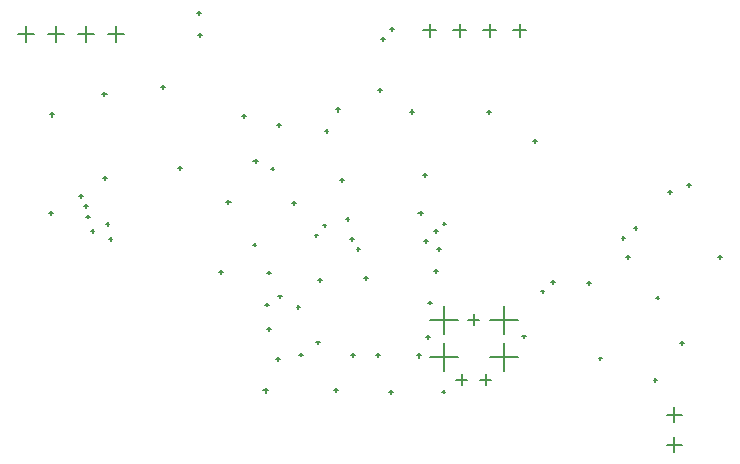
<source format=gbr>
%TF.GenerationSoftware,Altium Limited,Altium Designer,23.6.0 (18)*%
G04 Layer_Color=128*
%FSLAX43Y43*%
%MOMM*%
%TF.SameCoordinates,6C6526E1-C053-4265-BDC0-CB623CBAD704*%
%TF.FilePolarity,Positive*%
%TF.FileFunction,Drillmap*%
%TF.Part,Single*%
G01*
G75*
%TA.AperFunction,NonConductor*%
%ADD55C,0.127*%
D55*
X56200Y7090D02*
X57500D01*
X56850Y6440D02*
Y7740D01*
X56200Y4550D02*
X57500D01*
X56850Y3900D02*
Y5200D01*
X40444Y10033D02*
X41344D01*
X40894Y9583D02*
Y10483D01*
X38412Y10033D02*
X39312D01*
X38862Y9583D02*
Y10483D01*
X39428Y15113D02*
X40328D01*
X39878Y14663D02*
Y15563D01*
X36151Y15113D02*
X38526D01*
X37338Y13925D02*
Y16301D01*
X36151Y11938D02*
X38526D01*
X37338Y10750D02*
Y13125D01*
X41230Y11938D02*
X43605D01*
X42418Y10750D02*
Y13125D01*
X41230Y15113D02*
X43605D01*
X42418Y13925D02*
Y16301D01*
X8945Y39300D02*
X10245D01*
X9595Y38650D02*
Y39950D01*
X1325Y39300D02*
X2625D01*
X1975Y38650D02*
Y39950D01*
X3865Y39300D02*
X5165D01*
X4515Y38650D02*
Y39950D01*
X6405Y39300D02*
X7705D01*
X7055Y38650D02*
Y39950D01*
X40695Y39625D02*
X41795D01*
X41245Y39075D02*
Y40175D01*
X43235Y39625D02*
X44335D01*
X43785Y39075D02*
Y40175D01*
X38155Y39625D02*
X39255D01*
X38705Y39075D02*
Y40175D01*
X35615Y39625D02*
X36715D01*
X36165Y39075D02*
Y40175D01*
X55305Y16990D02*
X55605D01*
X55455Y16840D02*
Y17140D01*
X13399Y34813D02*
X13749D01*
X13574Y34638D02*
Y34988D01*
X31742Y34596D02*
X32092D01*
X31917Y34421D02*
Y34771D01*
X28552Y26944D02*
X28902D01*
X28727Y26769D02*
Y27119D01*
X18277Y19144D02*
X18627D01*
X18452Y18969D02*
Y19319D01*
X49428Y18257D02*
X49778D01*
X49603Y18082D02*
Y18432D01*
X22379Y14319D02*
X22729D01*
X22554Y14144D02*
Y14494D01*
X20227Y32394D02*
X20577D01*
X20402Y32219D02*
Y32569D01*
X28227Y32919D02*
X28577D01*
X28402Y32744D02*
Y33094D01*
X40997Y32713D02*
X41347D01*
X41172Y32538D02*
Y32888D01*
X34452Y32744D02*
X34802D01*
X34627Y32569D02*
Y32919D01*
X8439Y34254D02*
X8789D01*
X8614Y34079D02*
Y34429D01*
X3929Y24164D02*
X4279D01*
X4104Y23989D02*
Y24339D01*
X4002Y32494D02*
X4352D01*
X4177Y32319D02*
Y32669D01*
X22078Y9127D02*
X22428D01*
X22253Y8952D02*
Y9302D01*
X35202Y24119D02*
X35552D01*
X35377Y23944D02*
Y24294D01*
X35566Y27394D02*
X35916D01*
X35741Y27219D02*
Y27569D01*
X23185Y31627D02*
X23535D01*
X23360Y31452D02*
Y31802D01*
X21228Y28573D02*
X21578D01*
X21403Y28398D02*
Y28748D01*
X23130Y11825D02*
X23480D01*
X23305Y11650D02*
Y12000D01*
X28068Y9158D02*
X28418D01*
X28243Y8983D02*
Y9333D01*
X31568Y12130D02*
X31918D01*
X31743Y11955D02*
Y12305D01*
X18936Y25088D02*
X19286D01*
X19111Y24913D02*
Y25263D01*
X35059Y12087D02*
X35409D01*
X35234Y11912D02*
Y12262D01*
X57312Y13134D02*
X57662D01*
X57487Y12959D02*
Y13309D01*
X8512Y27134D02*
X8862D01*
X8687Y26959D02*
Y27309D01*
X24487Y24962D02*
X24837D01*
X24662Y24787D02*
Y25137D01*
X35700Y21765D02*
X36000D01*
X35850Y21615D02*
Y21915D01*
X36553Y22612D02*
X36853D01*
X36703Y22462D02*
Y22762D01*
X52404Y22028D02*
X52704D01*
X52554Y21878D02*
Y22178D01*
X53444Y22860D02*
X53744D01*
X53594Y22710D02*
Y23010D01*
X37245Y23250D02*
X37545D01*
X37395Y23100D02*
Y23400D01*
X37188Y9025D02*
X37488D01*
X37338Y8875D02*
Y9175D01*
X7053Y23845D02*
X7353D01*
X7203Y23695D02*
Y23995D01*
X23345Y17091D02*
X23645D01*
X23495Y16941D02*
Y17241D01*
X8724Y23217D02*
X9024D01*
X8874Y23067D02*
Y23367D01*
X22414Y19103D02*
X22714D01*
X22564Y18953D02*
Y19253D01*
X32775Y39750D02*
X33125D01*
X32950Y39575D02*
Y39925D01*
X32000Y38900D02*
X32350D01*
X32175Y38725D02*
Y39075D01*
X36807Y21095D02*
X37107D01*
X36957Y20945D02*
Y21245D01*
X16557Y39243D02*
X16907D01*
X16732Y39068D02*
Y39418D01*
X16425Y41050D02*
X16775D01*
X16600Y40875D02*
Y41225D01*
X27271Y31082D02*
X27571D01*
X27421Y30932D02*
Y31232D01*
X14850Y27950D02*
X15150D01*
X15000Y27800D02*
Y28100D01*
X29428Y21928D02*
X29728D01*
X29578Y21778D02*
Y22078D01*
X30599Y18650D02*
X30899D01*
X30749Y18500D02*
Y18800D01*
X29971Y21090D02*
X30271D01*
X30121Y20940D02*
Y21240D01*
X7457Y22606D02*
X7757D01*
X7607Y22456D02*
Y22756D01*
X6905Y24750D02*
X7205D01*
X7055Y24600D02*
Y24900D01*
X8978Y21961D02*
X9278D01*
X9128Y21811D02*
Y22111D01*
X50450Y11833D02*
X50750D01*
X50600Y11683D02*
Y11983D01*
X25116Y12153D02*
X25416D01*
X25266Y12003D02*
Y12303D01*
X29518Y12130D02*
X29818D01*
X29668Y11980D02*
Y12280D01*
X26525Y13201D02*
X26825D01*
X26675Y13051D02*
Y13351D01*
X32722Y9004D02*
X33022D01*
X32872Y8854D02*
Y9154D01*
X35866Y13641D02*
X36166D01*
X36016Y13491D02*
Y13791D01*
X44000Y13700D02*
X44300D01*
X44150Y13550D02*
Y13850D01*
X22700Y27912D02*
X23000D01*
X22850Y27762D02*
Y28062D01*
X6475Y25600D02*
X6775D01*
X6625Y25450D02*
Y25750D01*
X60571Y20421D02*
X60871D01*
X60721Y20271D02*
Y20571D01*
X52787Y20421D02*
X53087D01*
X52937Y20271D02*
Y20571D01*
X22207Y16389D02*
X22507D01*
X22357Y16239D02*
Y16539D01*
X57933Y26526D02*
X58233D01*
X58083Y26376D02*
Y26676D01*
X24880Y16194D02*
X25180D01*
X25030Y16044D02*
Y16344D01*
X44924Y30233D02*
X45224D01*
X45074Y30083D02*
Y30383D01*
X36553Y19250D02*
X36853D01*
X36703Y19100D02*
Y19400D01*
X26725Y18475D02*
X27025D01*
X26875Y18325D02*
Y18625D01*
X21186Y21478D02*
X21486D01*
X21336Y21328D02*
Y21628D01*
X36045Y16558D02*
X36345D01*
X36195Y16408D02*
Y16708D01*
X26400Y22250D02*
X26700D01*
X26550Y22100D02*
Y22400D01*
X27106Y23101D02*
X27406D01*
X27256Y22951D02*
Y23251D01*
X29060Y23622D02*
X29360D01*
X29210Y23472D02*
Y23772D01*
X55114Y10033D02*
X55414D01*
X55264Y9883D02*
Y10183D01*
X56365Y25908D02*
X56665D01*
X56515Y25758D02*
Y26058D01*
X45570Y17519D02*
X45870D01*
X45720Y17369D02*
Y17669D01*
X46459Y18288D02*
X46759D01*
X46609Y18138D02*
Y18438D01*
%TF.MD5,185a5fa3bbbc13792c7f7628f8ec26a5*%
M02*

</source>
